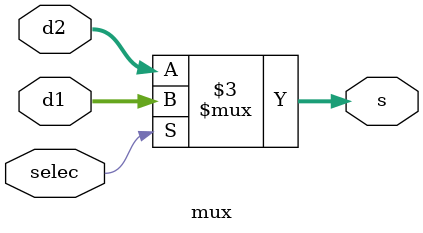
<source format=v>


module mux ( output [3:0]s, input[3:0]d1, input[3:0]d2, input selec );
reg [3:0]s;
always @ (selec or !selec)
begin
if ( selec )
begin
s <= d1;
end
else
begin
s <= d2;
end
end
endmodule
</source>
